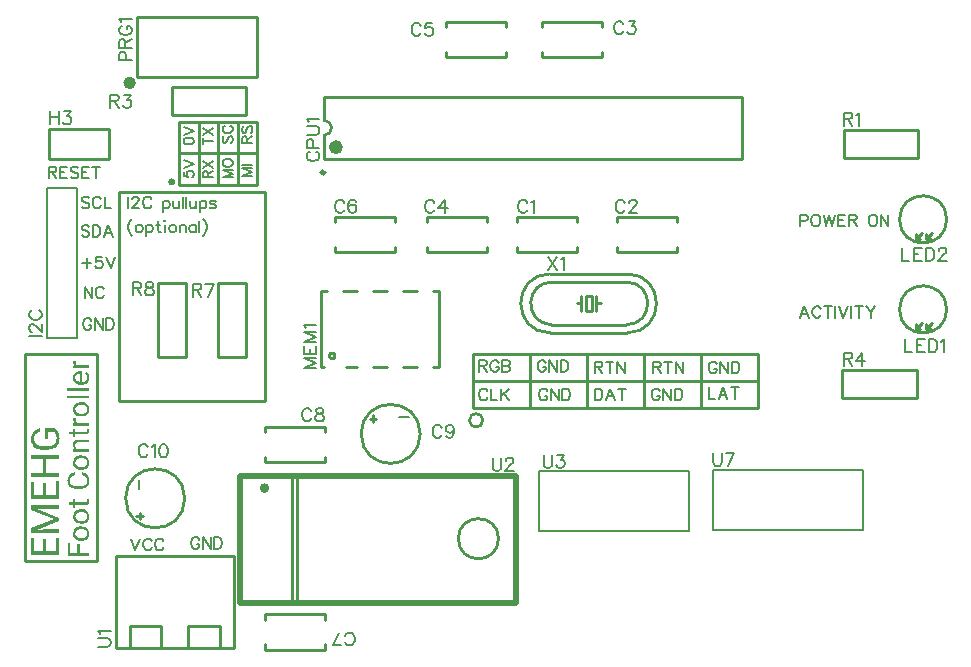
<source format=gto>
G04 Layer: TopSilkLayer*
G04 EasyEDA v6.3.53, 2020-06-17T09:28:47+02:00*
G04 2fc62430105348e8968ca0d9d06def79,a119ccecc66d453fa3e160aadb19915c,10*
G04 Gerber Generator version 0.2*
G04 Scale: 100 percent, Rotated: No, Reflected: No *
G04 Dimensions in inches *
G04 leading zeros omitted , absolute positions ,2 integer and 4 decimal *
%FSLAX24Y24*%
%MOIN*%
G90*
G70D02*

%ADD10C,0.010000*%
%ADD13C,0.020000*%
%ADD36C,0.008000*%
%ADD37C,0.019685*%
%ADD38C,0.007992*%
%ADD39C,0.015748*%
%ADD40C,0.011811*%
%ADD41C,0.023622*%
%ADD42C,0.006000*%

%LPD*%
G54D10*
G01X400Y10090D02*
G01X2650Y10090D01*
G01X2650Y3190D01*
G01X250Y3190D01*
G01X250Y8440D01*
G01X250Y10090D01*
G01X450Y10090D01*
G01X15200Y10090D02*
G01X17100Y10090D01*
G01X17100Y9190D01*
G01X15200Y9190D01*
G01X15200Y10090D01*
G01X15200Y9190D02*
G01X17100Y9190D01*
G01X17100Y8290D01*
G01X15200Y8290D01*
G01X15200Y9190D01*
G01X17100Y9190D02*
G01X19000Y9190D01*
G01X19000Y8290D01*
G01X17100Y8290D01*
G01X17100Y9190D01*
G01X5400Y16790D02*
G01X5400Y15740D01*
G01X6050Y15740D01*
G01X6050Y16790D01*
G01X5400Y16790D01*
G01X6700Y17840D02*
G01X6700Y16790D01*
G01X7350Y16790D01*
G01X7350Y17840D01*
G01X6700Y17840D01*
G01X7350Y17840D02*
G01X7350Y16790D01*
G01X8000Y16790D01*
G01X8000Y17840D01*
G01X7350Y17840D01*
G01X7350Y16790D02*
G01X7350Y15740D01*
G01X8000Y15740D01*
G01X8000Y16790D01*
G01X7350Y16790D01*
G01X6700Y16790D02*
G01X6700Y15740D01*
G01X7350Y15740D01*
G01X7350Y16790D01*
G01X6700Y16790D01*
G01X6050Y16790D02*
G01X6050Y15740D01*
G01X6700Y15740D01*
G01X6700Y16790D01*
G01X6050Y16790D01*
G01X6050Y17840D02*
G01X6050Y16790D01*
G01X6700Y16790D01*
G01X6700Y17840D01*
G01X6050Y17840D01*
G01X5400Y17840D02*
G01X5400Y16790D01*
G01X6050Y16790D01*
G01X6050Y17840D01*
G01X5400Y17840D01*
G01X19000Y10090D02*
G01X20900Y10090D01*
G01X20900Y9190D01*
G01X19000Y9190D01*
G01X19000Y10090D01*
G01X20900Y10090D02*
G01X22800Y10090D01*
G01X22800Y9190D01*
G01X20900Y9190D01*
G01X20900Y10090D01*
G01X22800Y9190D02*
G01X24700Y9190D01*
G01X24700Y8290D01*
G01X22800Y8290D01*
G01X22800Y9190D01*
G01X22800Y10090D02*
G01X24700Y10090D01*
G01X24700Y9190D01*
G01X22800Y9190D01*
G01X22800Y10090D01*
G01X20900Y9190D02*
G01X22800Y9190D01*
G01X22800Y8290D01*
G01X20900Y8290D01*
G01X20900Y9190D01*
G01X17100Y10090D02*
G01X19000Y10090D01*
G01X19000Y9190D01*
G01X17100Y9190D01*
G01X17100Y10090D01*
G01X19000Y9190D02*
G01X20900Y9190D01*
G01X20900Y8290D01*
G01X19000Y8290D01*
G01X19000Y9190D01*
G01X3400Y13790D02*
G01X3400Y13890D01*
G01X3400Y15490D01*
G01X8250Y15490D01*
G01X8250Y8540D01*
G01X3400Y8540D01*
G01X3400Y13890D01*
G54D36*
G01X23200Y6240D02*
G01X28200Y6240D01*
G01X28200Y4240D01*
G01X23200Y4240D01*
G01X23200Y6240D01*
G01X17400Y6190D02*
G01X22400Y6190D01*
G01X22400Y4190D01*
G01X17400Y4190D01*
G01X17400Y6190D01*
G54D10*
G01X3050Y16590D02*
G01X1050Y16590D01*
G01X1050Y17590D01*
G01X3050Y17590D01*
G01X3050Y16590D01*
G01X11750Y7940D02*
G01X11950Y7940D01*
G01X11850Y8063D02*
G01X11850Y7840D01*
G01X4100Y4590D02*
G01X4100Y4790D01*
G01X3976Y4690D02*
G01X4200Y4690D01*
G01X8250Y7680D02*
G01X10250Y7680D01*
G01X8250Y6499D02*
G01X10250Y6499D01*
G01X10250Y7680D02*
G01X10250Y7495D01*
G01X10250Y6684D02*
G01X10250Y6499D01*
G01X8250Y7680D02*
G01X8250Y7495D01*
G01X8250Y6684D02*
G01X8250Y6499D01*
G01X9155Y1853D02*
G01X9155Y6026D01*
G54D37*
G01X7459Y1809D02*
G01X16630Y1809D01*
G01X16580Y1809D01*
G01X7440Y1809D02*
G01X7440Y6040D01*
G01X7450Y6040D02*
G01X16535Y6040D01*
G01X16630Y6040D01*
G01X16630Y1830D02*
G01X16630Y6003D01*
G54D10*
G01X9339Y1880D02*
G01X9339Y6053D01*
G01X8250Y1430D02*
G01X10250Y1430D01*
G01X8250Y249D02*
G01X10250Y249D01*
G01X10250Y1430D02*
G01X10250Y1245D01*
G01X10250Y434D02*
G01X10250Y249D01*
G01X8250Y1430D02*
G01X8250Y1245D01*
G01X8250Y434D02*
G01X8250Y249D01*
G01X30500Y11140D02*
G01X30300Y10940D01*
G01X30400Y10940D01*
G01X30450Y10940D01*
G01X30300Y10940D02*
G01X30300Y11090D01*
G01X30150Y11140D02*
G01X29950Y10940D01*
G01X30050Y10940D01*
G01X30100Y10940D01*
G01X29950Y10940D02*
G01X29950Y11090D01*
G01X30500Y14140D02*
G01X30300Y13940D01*
G01X30400Y13940D01*
G01X30450Y13940D01*
G01X30300Y13940D02*
G01X30300Y14090D01*
G01X30150Y14140D02*
G01X29950Y13940D01*
G01X30050Y13940D01*
G01X30100Y13940D01*
G01X29950Y13940D02*
G01X29950Y14090D01*
G01X27560Y16620D02*
G01X27560Y17559D01*
G01X27560Y17559D02*
G01X30039Y17559D01*
G01X30039Y17559D02*
G01X30039Y16620D01*
G01X30039Y16620D02*
G01X27560Y16620D01*
G01X22000Y13499D02*
G01X20000Y13499D01*
G01X22000Y14680D02*
G01X20000Y14680D01*
G01X20000Y13499D02*
G01X20000Y13684D01*
G01X20000Y14495D02*
G01X20000Y14680D01*
G01X22000Y13499D02*
G01X22000Y13684D01*
G01X22000Y14495D02*
G01X22000Y14680D01*
G01X16650Y14680D02*
G01X18650Y14680D01*
G01X16650Y13499D02*
G01X18650Y13499D01*
G01X18650Y14680D02*
G01X18650Y14495D01*
G01X18650Y13684D02*
G01X18650Y13499D01*
G01X16650Y14680D02*
G01X16650Y14495D01*
G01X16650Y13684D02*
G01X16650Y13499D01*
G01X17868Y12498D02*
G01X20309Y12498D01*
G01X17770Y12774D02*
G01X20329Y12774D01*
G01X20309Y11081D02*
G01X17790Y11081D01*
G01X20329Y10805D02*
G01X17770Y10805D01*
G01X19150Y11540D02*
G01X19150Y12040D01*
G01X19150Y12040D02*
G01X18950Y12040D01*
G01X18950Y12040D02*
G01X18950Y11540D01*
G01X18950Y11540D02*
G01X19150Y11540D01*
G01X19300Y11540D02*
G01X19300Y11790D01*
G01X19300Y11790D02*
G01X19300Y12040D01*
G01X19300Y11790D02*
G01X19450Y11790D01*
G01X18800Y11540D02*
G01X18800Y11790D01*
G01X18800Y11790D02*
G01X18800Y12040D01*
G01X18800Y11790D02*
G01X18650Y11790D01*
G01X10131Y12199D02*
G01X10131Y9680D01*
G01X14068Y12199D02*
G01X14068Y9680D01*
G01X10131Y12199D02*
G01X10324Y12199D01*
G01X10875Y12199D02*
G01X11324Y12199D01*
G01X11875Y12199D02*
G01X12324Y12199D01*
G01X12875Y12199D02*
G01X13324Y12199D01*
G01X13875Y12199D02*
G01X14068Y12199D01*
G01X10131Y9680D02*
G01X10234Y9680D01*
G01X10965Y9680D02*
G01X11324Y9680D01*
G01X11875Y9680D02*
G01X12324Y9680D01*
G01X12875Y9680D02*
G01X13324Y9680D01*
G01X13875Y9680D02*
G01X14068Y9680D01*
G54D36*
G01X2000Y14890D02*
G01X2000Y15640D01*
G01X1000Y15640D01*
G01X1000Y10640D01*
G01X2000Y10640D01*
G54D38*
G01X2000Y10640D02*
G01X2000Y14890D01*
G54D10*
G01X4000Y21340D02*
G01X8000Y21340D01*
G01X8000Y19340D01*
G01X4000Y19340D01*
G01X4000Y21340D01*
G01X10231Y17890D02*
G01X10231Y18683D01*
G01X24168Y18683D01*
G01X24168Y16596D01*
G01X10231Y16596D01*
G01X10231Y17390D01*
G01X27510Y8620D02*
G01X27510Y9559D01*
G01X27510Y9559D02*
G01X29989Y9559D01*
G01X29989Y9559D02*
G01X29989Y8620D01*
G01X29989Y8620D02*
G01X27510Y8620D01*
G01X3749Y340D02*
G01X3749Y1040D01*
G01X4799Y1040D01*
G01X4799Y340D01*
G01X5699Y340D02*
G01X5699Y1040D01*
G01X6749Y1040D01*
G01X6749Y340D01*
G01X3281Y3364D02*
G01X7218Y3364D01*
G01X7218Y293D01*
G01X3281Y293D01*
G01X3281Y3364D01*
G01X5159Y18070D02*
G01X5159Y19009D01*
G01X5159Y19009D02*
G01X7639Y19009D01*
G01X7639Y19009D02*
G01X7639Y18070D01*
G01X7639Y18070D02*
G01X5159Y18070D01*
G01X16300Y19999D02*
G01X14300Y19999D01*
G01X16300Y21180D02*
G01X14300Y21180D01*
G01X14300Y19999D02*
G01X14300Y20184D01*
G01X14300Y20995D02*
G01X14300Y21180D01*
G01X16300Y19999D02*
G01X16300Y20184D01*
G01X16300Y20995D02*
G01X16300Y21180D01*
G01X15650Y13499D02*
G01X13650Y13499D01*
G01X15650Y14680D02*
G01X13650Y14680D01*
G01X13650Y13499D02*
G01X13650Y13684D01*
G01X13650Y14495D02*
G01X13650Y14680D01*
G01X15650Y13499D02*
G01X15650Y13684D01*
G01X15650Y14495D02*
G01X15650Y14680D01*
G01X19500Y19999D02*
G01X17500Y19999D01*
G01X19500Y21180D02*
G01X17500Y21180D01*
G01X17500Y19999D02*
G01X17500Y20184D01*
G01X17500Y20995D02*
G01X17500Y21180D01*
G01X19500Y19999D02*
G01X19500Y20184D01*
G01X19500Y20995D02*
G01X19500Y21180D01*
G01X10600Y14680D02*
G01X12600Y14680D01*
G01X10600Y13499D02*
G01X12600Y13499D01*
G01X12600Y14680D02*
G01X12600Y14495D01*
G01X12600Y13684D02*
G01X12600Y13499D01*
G01X10600Y14680D02*
G01X10600Y14495D01*
G01X10600Y13684D02*
G01X10600Y13499D01*
G01X4680Y12480D02*
G01X5619Y12480D01*
G01X5619Y12480D02*
G01X5619Y10000D01*
G01X5619Y10000D02*
G01X4680Y10000D01*
G01X4680Y10000D02*
G01X4680Y12480D01*
G01X6680Y12480D02*
G01X7619Y12480D01*
G01X7619Y12480D02*
G01X7619Y10000D01*
G01X7619Y10000D02*
G01X6680Y10000D01*
G01X6680Y10000D02*
G01X6680Y12480D01*
G54D36*
G01X1050Y16344D02*
G01X1050Y15961D01*
G01X1050Y16344D02*
G01X1213Y16344D01*
G01X1267Y16325D01*
G01X1286Y16307D01*
G01X1305Y16271D01*
G01X1305Y16234D01*
G01X1286Y16198D01*
G01X1267Y16180D01*
G01X1213Y16161D01*
G01X1050Y16161D01*
G01X1176Y16161D02*
G01X1305Y15961D01*
G01X1425Y16344D02*
G01X1425Y15961D01*
G01X1425Y16344D02*
G01X1661Y16344D01*
G01X1425Y16161D02*
G01X1569Y16161D01*
G01X1425Y15961D02*
G01X1661Y15961D01*
G01X2034Y16288D02*
G01X1998Y16325D01*
G01X1944Y16344D01*
G01X1871Y16344D01*
G01X1817Y16325D01*
G01X1780Y16288D01*
G01X1780Y16253D01*
G01X1798Y16216D01*
G01X1817Y16198D01*
G01X1853Y16180D01*
G01X1963Y16144D01*
G01X1998Y16125D01*
G01X2017Y16107D01*
G01X2034Y16071D01*
G01X2034Y16016D01*
G01X1998Y15980D01*
G01X1944Y15961D01*
G01X1871Y15961D01*
G01X1817Y15980D01*
G01X1780Y16016D01*
G01X2155Y16344D02*
G01X2155Y15961D01*
G01X2155Y16344D02*
G01X2392Y16344D01*
G01X2155Y16161D02*
G01X2301Y16161D01*
G01X2155Y15961D02*
G01X2392Y15961D01*
G01X2638Y16344D02*
G01X2638Y15961D01*
G01X2511Y16344D02*
G01X2765Y16344D01*
G01X6073Y3903D02*
G01X6055Y3938D01*
G01X6017Y3975D01*
G01X5982Y3994D01*
G01X5909Y3994D01*
G01X5873Y3975D01*
G01X5836Y3938D01*
G01X5817Y3903D01*
G01X5800Y3848D01*
G01X5800Y3757D01*
G01X5817Y3703D01*
G01X5836Y3666D01*
G01X5873Y3630D01*
G01X5909Y3611D01*
G01X5982Y3611D01*
G01X6017Y3630D01*
G01X6055Y3666D01*
G01X6073Y3703D01*
G01X6073Y3757D01*
G01X5982Y3757D02*
G01X6073Y3757D01*
G01X6192Y3994D02*
G01X6192Y3611D01*
G01X6192Y3994D02*
G01X6446Y3611D01*
G01X6446Y3994D02*
G01X6446Y3611D01*
G01X6567Y3994D02*
G01X6567Y3611D01*
G01X6567Y3994D02*
G01X6694Y3994D01*
G01X6748Y3975D01*
G01X6784Y3938D01*
G01X6803Y3903D01*
G01X6821Y3848D01*
G01X6821Y3757D01*
G01X6803Y3703D01*
G01X6784Y3666D01*
G01X6748Y3630D01*
G01X6694Y3611D01*
G01X6567Y3611D01*
G01X3700Y15344D02*
G01X3700Y14961D01*
G01X3838Y15253D02*
G01X3838Y15271D01*
G01X3855Y15307D01*
G01X3875Y15325D01*
G01X3911Y15344D01*
G01X3984Y15344D01*
G01X4019Y15325D01*
G01X4038Y15307D01*
G01X4055Y15271D01*
G01X4055Y15234D01*
G01X4038Y15198D01*
G01X4001Y15144D01*
G01X3819Y14961D01*
G01X4075Y14961D01*
G01X4467Y15253D02*
G01X4448Y15288D01*
G01X4413Y15325D01*
G01X4376Y15344D01*
G01X4303Y15344D01*
G01X4267Y15325D01*
G01X4230Y15288D01*
G01X4213Y15253D01*
G01X4194Y15198D01*
G01X4194Y15107D01*
G01X4213Y15053D01*
G01X4230Y15016D01*
G01X4267Y14980D01*
G01X4303Y14961D01*
G01X4376Y14961D01*
G01X4413Y14980D01*
G01X4448Y15016D01*
G01X4467Y15053D01*
G01X4867Y15216D02*
G01X4867Y14834D01*
G01X4867Y15161D02*
G01X4903Y15198D01*
G01X4940Y15216D01*
G01X4994Y15216D01*
G01X5030Y15198D01*
G01X5067Y15161D01*
G01X5084Y15107D01*
G01X5084Y15071D01*
G01X5067Y15016D01*
G01X5030Y14980D01*
G01X4994Y14961D01*
G01X4940Y14961D01*
G01X4903Y14980D01*
G01X4867Y15016D01*
G01X5205Y15216D02*
G01X5205Y15034D01*
G01X5223Y14980D01*
G01X5259Y14961D01*
G01X5315Y14961D01*
G01X5351Y14980D01*
G01X5405Y15034D01*
G01X5405Y15216D02*
G01X5405Y14961D01*
G01X5525Y15344D02*
G01X5525Y14961D01*
G01X5644Y15344D02*
G01X5644Y14961D01*
G01X5765Y15216D02*
G01X5765Y15034D01*
G01X5784Y14980D01*
G01X5819Y14961D01*
G01X5875Y14961D01*
G01X5911Y14980D01*
G01X5965Y15034D01*
G01X5965Y15216D02*
G01X5965Y14961D01*
G01X6084Y15216D02*
G01X6084Y14834D01*
G01X6084Y15161D02*
G01X6121Y15198D01*
G01X6157Y15216D01*
G01X6213Y15216D01*
G01X6248Y15198D01*
G01X6284Y15161D01*
G01X6303Y15107D01*
G01X6303Y15071D01*
G01X6284Y15016D01*
G01X6248Y14980D01*
G01X6213Y14961D01*
G01X6157Y14961D01*
G01X6121Y14980D01*
G01X6084Y15016D01*
G01X6623Y15161D02*
G01X6605Y15198D01*
G01X6551Y15216D01*
G01X6496Y15216D01*
G01X6442Y15198D01*
G01X6423Y15161D01*
G01X6442Y15125D01*
G01X6478Y15107D01*
G01X6569Y15088D01*
G01X6605Y15071D01*
G01X6623Y15034D01*
G01X6623Y15016D01*
G01X6605Y14980D01*
G01X6551Y14961D01*
G01X6496Y14961D01*
G01X6442Y14980D01*
G01X6423Y15016D01*
G01X3826Y14616D02*
G01X3790Y14580D01*
G01X3755Y14525D01*
G01X3717Y14453D01*
G01X3700Y14361D01*
G01X3700Y14288D01*
G01X3717Y14198D01*
G01X3755Y14125D01*
G01X3790Y14071D01*
G01X3826Y14034D01*
G01X4038Y14416D02*
G01X4001Y14398D01*
G01X3965Y14361D01*
G01X3946Y14307D01*
G01X3946Y14271D01*
G01X3965Y14216D01*
G01X4001Y14180D01*
G01X4038Y14161D01*
G01X4092Y14161D01*
G01X4128Y14180D01*
G01X4165Y14216D01*
G01X4184Y14271D01*
G01X4184Y14307D01*
G01X4165Y14361D01*
G01X4128Y14398D01*
G01X4092Y14416D01*
G01X4038Y14416D01*
G01X4303Y14416D02*
G01X4303Y14034D01*
G01X4303Y14361D02*
G01X4340Y14398D01*
G01X4376Y14416D01*
G01X4430Y14416D01*
G01X4467Y14398D01*
G01X4503Y14361D01*
G01X4521Y14307D01*
G01X4521Y14271D01*
G01X4503Y14216D01*
G01X4467Y14180D01*
G01X4430Y14161D01*
G01X4376Y14161D01*
G01X4340Y14180D01*
G01X4303Y14216D01*
G01X4696Y14544D02*
G01X4696Y14234D01*
G01X4715Y14180D01*
G01X4751Y14161D01*
G01X4786Y14161D01*
G01X4642Y14416D02*
G01X4769Y14416D01*
G01X4907Y14544D02*
G01X4925Y14525D01*
G01X4944Y14544D01*
G01X4925Y14561D01*
G01X4907Y14544D01*
G01X4925Y14416D02*
G01X4925Y14161D01*
G01X5155Y14416D02*
G01X5117Y14398D01*
G01X5082Y14361D01*
G01X5063Y14307D01*
G01X5063Y14271D01*
G01X5082Y14216D01*
G01X5117Y14180D01*
G01X5155Y14161D01*
G01X5209Y14161D01*
G01X5244Y14180D01*
G01X5282Y14216D01*
G01X5300Y14271D01*
G01X5300Y14307D01*
G01X5282Y14361D01*
G01X5244Y14398D01*
G01X5209Y14416D01*
G01X5155Y14416D01*
G01X5419Y14416D02*
G01X5419Y14161D01*
G01X5419Y14344D02*
G01X5475Y14398D01*
G01X5511Y14416D01*
G01X5565Y14416D01*
G01X5601Y14398D01*
G01X5619Y14344D01*
G01X5619Y14161D01*
G01X5957Y14416D02*
G01X5957Y14161D01*
G01X5957Y14361D02*
G01X5921Y14398D01*
G01X5884Y14416D01*
G01X5830Y14416D01*
G01X5794Y14398D01*
G01X5757Y14361D01*
G01X5740Y14307D01*
G01X5740Y14271D01*
G01X5757Y14216D01*
G01X5794Y14180D01*
G01X5830Y14161D01*
G01X5884Y14161D01*
G01X5921Y14180D01*
G01X5957Y14216D01*
G01X6078Y14544D02*
G01X6078Y14161D01*
G01X6198Y14616D02*
G01X6234Y14580D01*
G01X6271Y14525D01*
G01X6307Y14453D01*
G01X6325Y14361D01*
G01X6325Y14288D01*
G01X6307Y14198D01*
G01X6271Y14125D01*
G01X6234Y14071D01*
G01X6198Y14034D01*
G01X26100Y14744D02*
G01X26100Y14361D01*
G01X26100Y14744D02*
G01X26264Y14744D01*
G01X26318Y14725D01*
G01X26335Y14707D01*
G01X26355Y14671D01*
G01X26355Y14616D01*
G01X26335Y14580D01*
G01X26318Y14561D01*
G01X26264Y14544D01*
G01X26100Y14544D01*
G01X26584Y14744D02*
G01X26547Y14725D01*
G01X26510Y14688D01*
G01X26493Y14653D01*
G01X26475Y14598D01*
G01X26475Y14507D01*
G01X26493Y14453D01*
G01X26510Y14416D01*
G01X26547Y14380D01*
G01X26584Y14361D01*
G01X26656Y14361D01*
G01X26693Y14380D01*
G01X26728Y14416D01*
G01X26747Y14453D01*
G01X26764Y14507D01*
G01X26764Y14598D01*
G01X26747Y14653D01*
G01X26728Y14688D01*
G01X26693Y14725D01*
G01X26656Y14744D01*
G01X26584Y14744D01*
G01X26885Y14744D02*
G01X26976Y14361D01*
G01X27067Y14744D02*
G01X26976Y14361D01*
G01X27067Y14744D02*
G01X27157Y14361D01*
G01X27248Y14744D02*
G01X27157Y14361D01*
G01X27368Y14744D02*
G01X27368Y14361D01*
G01X27368Y14744D02*
G01X27605Y14744D01*
G01X27368Y14561D02*
G01X27514Y14561D01*
G01X27368Y14361D02*
G01X27605Y14361D01*
G01X27725Y14744D02*
G01X27725Y14361D01*
G01X27725Y14744D02*
G01X27889Y14744D01*
G01X27943Y14725D01*
G01X27961Y14707D01*
G01X27980Y14671D01*
G01X27980Y14634D01*
G01X27961Y14598D01*
G01X27943Y14580D01*
G01X27889Y14561D01*
G01X27725Y14561D01*
G01X27852Y14561D02*
G01X27980Y14361D01*
G01X28489Y14744D02*
G01X28452Y14725D01*
G01X28415Y14688D01*
G01X28397Y14653D01*
G01X28380Y14598D01*
G01X28380Y14507D01*
G01X28397Y14453D01*
G01X28415Y14416D01*
G01X28452Y14380D01*
G01X28489Y14361D01*
G01X28561Y14361D01*
G01X28597Y14380D01*
G01X28635Y14416D01*
G01X28652Y14453D01*
G01X28671Y14507D01*
G01X28671Y14598D01*
G01X28652Y14653D01*
G01X28635Y14688D01*
G01X28597Y14725D01*
G01X28561Y14744D01*
G01X28489Y14744D01*
G01X28790Y14744D02*
G01X28790Y14361D01*
G01X28790Y14744D02*
G01X29044Y14361D01*
G01X29044Y14744D02*
G01X29044Y14361D01*
G01X26244Y11694D02*
G01X26100Y11311D01*
G01X26244Y11694D02*
G01X26390Y11311D01*
G01X26155Y11438D02*
G01X26335Y11438D01*
G01X26784Y11603D02*
G01X26764Y11638D01*
G01X26728Y11675D01*
G01X26693Y11694D01*
G01X26619Y11694D01*
G01X26584Y11675D01*
G01X26547Y11638D01*
G01X26528Y11603D01*
G01X26510Y11548D01*
G01X26510Y11457D01*
G01X26528Y11403D01*
G01X26547Y11366D01*
G01X26584Y11330D01*
G01X26619Y11311D01*
G01X26693Y11311D01*
G01X26728Y11330D01*
G01X26764Y11366D01*
G01X26784Y11403D01*
G01X27031Y11694D02*
G01X27031Y11311D01*
G01X26903Y11694D02*
G01X27157Y11694D01*
G01X27277Y11694D02*
G01X27277Y11311D01*
G01X27397Y11694D02*
G01X27543Y11311D01*
G01X27689Y11694D02*
G01X27543Y11311D01*
G01X27809Y11694D02*
G01X27809Y11311D01*
G01X28056Y11694D02*
G01X28056Y11311D01*
G01X27928Y11694D02*
G01X28184Y11694D01*
G01X28303Y11694D02*
G01X28448Y11511D01*
G01X28448Y11311D01*
G01X28594Y11694D02*
G01X28448Y11511D01*
G01X15672Y8853D02*
G01X15655Y8888D01*
G01X15618Y8925D01*
G01X15581Y8944D01*
G01X15509Y8944D01*
G01X15472Y8925D01*
G01X15435Y8888D01*
G01X15418Y8853D01*
G01X15400Y8798D01*
G01X15400Y8707D01*
G01X15418Y8653D01*
G01X15435Y8616D01*
G01X15472Y8580D01*
G01X15509Y8561D01*
G01X15581Y8561D01*
G01X15618Y8580D01*
G01X15655Y8616D01*
G01X15672Y8653D01*
G01X15793Y8944D02*
G01X15793Y8561D01*
G01X15793Y8561D02*
G01X16010Y8561D01*
G01X16131Y8944D02*
G01X16131Y8561D01*
G01X16385Y8944D02*
G01X16131Y8688D01*
G01X16222Y8780D02*
G01X16385Y8561D01*
G01X19250Y8944D02*
G01X19250Y8561D01*
G01X19250Y8944D02*
G01X19377Y8944D01*
G01X19431Y8925D01*
G01X19468Y8888D01*
G01X19485Y8853D01*
G01X19505Y8798D01*
G01X19505Y8707D01*
G01X19485Y8653D01*
G01X19468Y8616D01*
G01X19431Y8580D01*
G01X19377Y8561D01*
G01X19250Y8561D01*
G01X19769Y8944D02*
G01X19625Y8561D01*
G01X19769Y8944D02*
G01X19914Y8561D01*
G01X19678Y8688D02*
G01X19860Y8688D01*
G01X20163Y8944D02*
G01X20163Y8561D01*
G01X20035Y8944D02*
G01X20289Y8944D01*
G01X23050Y8994D02*
G01X23050Y8611D01*
G01X23050Y8611D02*
G01X23268Y8611D01*
G01X23534Y8994D02*
G01X23388Y8611D01*
G01X23534Y8994D02*
G01X23678Y8611D01*
G01X23443Y8738D02*
G01X23625Y8738D01*
G01X23926Y8994D02*
G01X23926Y8611D01*
G01X23798Y8994D02*
G01X24053Y8994D01*
G01X15400Y9894D02*
G01X15400Y9511D01*
G01X15400Y9894D02*
G01X15564Y9894D01*
G01X15618Y9875D01*
G01X15635Y9857D01*
G01X15655Y9821D01*
G01X15655Y9784D01*
G01X15635Y9748D01*
G01X15618Y9730D01*
G01X15564Y9711D01*
G01X15400Y9711D01*
G01X15527Y9711D02*
G01X15655Y9511D01*
G01X16047Y9803D02*
G01X16028Y9838D01*
G01X15993Y9875D01*
G01X15956Y9894D01*
G01X15884Y9894D01*
G01X15847Y9875D01*
G01X15810Y9838D01*
G01X15793Y9803D01*
G01X15775Y9748D01*
G01X15775Y9657D01*
G01X15793Y9603D01*
G01X15810Y9566D01*
G01X15847Y9530D01*
G01X15884Y9511D01*
G01X15956Y9511D01*
G01X15993Y9530D01*
G01X16028Y9566D01*
G01X16047Y9603D01*
G01X16047Y9657D01*
G01X15956Y9657D02*
G01X16047Y9657D01*
G01X16167Y9894D02*
G01X16167Y9511D01*
G01X16167Y9894D02*
G01X16331Y9894D01*
G01X16385Y9875D01*
G01X16403Y9857D01*
G01X16422Y9821D01*
G01X16422Y9784D01*
G01X16403Y9748D01*
G01X16385Y9730D01*
G01X16331Y9711D01*
G01X16167Y9711D02*
G01X16331Y9711D01*
G01X16385Y9694D01*
G01X16403Y9675D01*
G01X16422Y9638D01*
G01X16422Y9584D01*
G01X16403Y9548D01*
G01X16385Y9530D01*
G01X16331Y9511D01*
G01X16167Y9511D01*
G01X19250Y9844D02*
G01X19250Y9461D01*
G01X19250Y9844D02*
G01X19414Y9844D01*
G01X19468Y9825D01*
G01X19485Y9807D01*
G01X19505Y9771D01*
G01X19505Y9734D01*
G01X19485Y9698D01*
G01X19468Y9680D01*
G01X19414Y9661D01*
G01X19250Y9661D01*
G01X19377Y9661D02*
G01X19505Y9461D01*
G01X19752Y9844D02*
G01X19752Y9461D01*
G01X19625Y9844D02*
G01X19878Y9844D01*
G01X19998Y9844D02*
G01X19998Y9461D01*
G01X19998Y9844D02*
G01X20253Y9461D01*
G01X20253Y9844D02*
G01X20253Y9461D01*
G01X21200Y9844D02*
G01X21200Y9461D01*
G01X21200Y9844D02*
G01X21364Y9844D01*
G01X21418Y9825D01*
G01X21435Y9807D01*
G01X21455Y9771D01*
G01X21455Y9734D01*
G01X21435Y9698D01*
G01X21418Y9680D01*
G01X21364Y9661D01*
G01X21200Y9661D01*
G01X21327Y9661D02*
G01X21455Y9461D01*
G01X21702Y9844D02*
G01X21702Y9461D01*
G01X21575Y9844D02*
G01X21828Y9844D01*
G01X21948Y9844D02*
G01X21948Y9461D01*
G01X21948Y9844D02*
G01X22203Y9461D01*
G01X22203Y9844D02*
G01X22203Y9461D01*
G01X23322Y9753D02*
G01X23305Y9788D01*
G01X23268Y9825D01*
G01X23231Y9844D01*
G01X23159Y9844D01*
G01X23122Y9825D01*
G01X23085Y9788D01*
G01X23068Y9753D01*
G01X23050Y9698D01*
G01X23050Y9607D01*
G01X23068Y9553D01*
G01X23085Y9516D01*
G01X23122Y9480D01*
G01X23159Y9461D01*
G01X23231Y9461D01*
G01X23268Y9480D01*
G01X23305Y9516D01*
G01X23322Y9553D01*
G01X23322Y9607D01*
G01X23231Y9607D02*
G01X23322Y9607D01*
G01X23443Y9844D02*
G01X23443Y9461D01*
G01X23443Y9844D02*
G01X23697Y9461D01*
G01X23697Y9844D02*
G01X23697Y9461D01*
G01X23817Y9844D02*
G01X23817Y9461D01*
G01X23817Y9844D02*
G01X23944Y9844D01*
G01X23998Y9825D01*
G01X24035Y9788D01*
G01X24053Y9753D01*
G01X24072Y9698D01*
G01X24072Y9607D01*
G01X24053Y9553D01*
G01X24035Y9516D01*
G01X23998Y9480D01*
G01X23944Y9461D01*
G01X23817Y9461D01*
G01X21422Y8853D02*
G01X21405Y8888D01*
G01X21368Y8925D01*
G01X21331Y8944D01*
G01X21259Y8944D01*
G01X21222Y8925D01*
G01X21185Y8888D01*
G01X21168Y8853D01*
G01X21150Y8798D01*
G01X21150Y8707D01*
G01X21168Y8653D01*
G01X21185Y8616D01*
G01X21222Y8580D01*
G01X21259Y8561D01*
G01X21331Y8561D01*
G01X21368Y8580D01*
G01X21405Y8616D01*
G01X21422Y8653D01*
G01X21422Y8707D01*
G01X21331Y8707D02*
G01X21422Y8707D01*
G01X21543Y8944D02*
G01X21543Y8561D01*
G01X21543Y8944D02*
G01X21797Y8561D01*
G01X21797Y8944D02*
G01X21797Y8561D01*
G01X21917Y8944D02*
G01X21917Y8561D01*
G01X21917Y8944D02*
G01X22044Y8944D01*
G01X22098Y8925D01*
G01X22135Y8888D01*
G01X22153Y8853D01*
G01X22172Y8798D01*
G01X22172Y8707D01*
G01X22153Y8653D01*
G01X22135Y8616D01*
G01X22098Y8580D01*
G01X22044Y8561D01*
G01X21917Y8561D01*
G01X3800Y3944D02*
G01X3944Y3561D01*
G01X4090Y3944D02*
G01X3944Y3561D01*
G01X4484Y3853D02*
G01X4465Y3888D01*
G01X4428Y3925D01*
G01X4392Y3944D01*
G01X4319Y3944D01*
G01X4284Y3925D01*
G01X4246Y3888D01*
G01X4228Y3853D01*
G01X4211Y3798D01*
G01X4211Y3707D01*
G01X4228Y3653D01*
G01X4246Y3616D01*
G01X4284Y3580D01*
G01X4319Y3561D01*
G01X4392Y3561D01*
G01X4428Y3580D01*
G01X4465Y3616D01*
G01X4484Y3653D01*
G01X4876Y3853D02*
G01X4857Y3888D01*
G01X4821Y3925D01*
G01X4784Y3944D01*
G01X4713Y3944D01*
G01X4676Y3925D01*
G01X4640Y3888D01*
G01X4621Y3853D01*
G01X4603Y3798D01*
G01X4603Y3707D01*
G01X4621Y3653D01*
G01X4640Y3616D01*
G01X4676Y3580D01*
G01X4713Y3561D01*
G01X4784Y3561D01*
G01X4821Y3580D01*
G01X4857Y3616D01*
G01X4876Y3653D01*
G01X2405Y15288D02*
G01X2367Y15325D01*
G01X2313Y15344D01*
G01X2240Y15344D01*
G01X2186Y15325D01*
G01X2150Y15288D01*
G01X2150Y15253D01*
G01X2167Y15216D01*
G01X2186Y15198D01*
G01X2223Y15180D01*
G01X2332Y15144D01*
G01X2367Y15125D01*
G01X2386Y15107D01*
G01X2405Y15071D01*
G01X2405Y15016D01*
G01X2367Y14980D01*
G01X2313Y14961D01*
G01X2240Y14961D01*
G01X2186Y14980D01*
G01X2150Y15016D01*
G01X2796Y15253D02*
G01X2778Y15288D01*
G01X2742Y15325D01*
G01X2705Y15344D01*
G01X2634Y15344D01*
G01X2596Y15325D01*
G01X2561Y15288D01*
G01X2542Y15253D01*
G01X2525Y15198D01*
G01X2525Y15107D01*
G01X2542Y15053D01*
G01X2561Y15016D01*
G01X2596Y14980D01*
G01X2634Y14961D01*
G01X2705Y14961D01*
G01X2742Y14980D01*
G01X2778Y15016D01*
G01X2796Y15053D01*
G01X2917Y15344D02*
G01X2917Y14961D01*
G01X2917Y14961D02*
G01X3134Y14961D01*
G01X2405Y14338D02*
G01X2367Y14375D01*
G01X2313Y14394D01*
G01X2240Y14394D01*
G01X2186Y14375D01*
G01X2150Y14338D01*
G01X2150Y14303D01*
G01X2167Y14266D01*
G01X2186Y14248D01*
G01X2223Y14230D01*
G01X2332Y14194D01*
G01X2367Y14175D01*
G01X2386Y14157D01*
G01X2405Y14121D01*
G01X2405Y14066D01*
G01X2367Y14030D01*
G01X2313Y14011D01*
G01X2240Y14011D01*
G01X2186Y14030D01*
G01X2150Y14066D01*
G01X2525Y14394D02*
G01X2525Y14011D01*
G01X2525Y14394D02*
G01X2651Y14394D01*
G01X2705Y14375D01*
G01X2742Y14338D01*
G01X2761Y14303D01*
G01X2778Y14248D01*
G01X2778Y14157D01*
G01X2761Y14103D01*
G01X2742Y14066D01*
G01X2705Y14030D01*
G01X2651Y14011D01*
G01X2525Y14011D01*
G01X3044Y14394D02*
G01X2898Y14011D01*
G01X3044Y14394D02*
G01X3190Y14011D01*
G01X2953Y14138D02*
G01X3134Y14138D01*
G01X2313Y13288D02*
G01X2313Y12961D01*
G01X2150Y13125D02*
G01X2476Y13125D01*
G01X2815Y13344D02*
G01X2634Y13344D01*
G01X2615Y13180D01*
G01X2634Y13198D01*
G01X2688Y13216D01*
G01X2742Y13216D01*
G01X2796Y13198D01*
G01X2834Y13161D01*
G01X2851Y13107D01*
G01X2851Y13071D01*
G01X2834Y13016D01*
G01X2796Y12980D01*
G01X2742Y12961D01*
G01X2688Y12961D01*
G01X2634Y12980D01*
G01X2615Y12998D01*
G01X2596Y13034D01*
G01X2971Y13344D02*
G01X3117Y12961D01*
G01X3263Y13344D02*
G01X3117Y12961D01*
G01X2250Y12344D02*
G01X2250Y11961D01*
G01X2250Y12344D02*
G01X2505Y11961D01*
G01X2505Y12344D02*
G01X2505Y11961D01*
G01X2896Y12253D02*
G01X2878Y12288D01*
G01X2842Y12325D01*
G01X2805Y12344D01*
G01X2734Y12344D01*
G01X2696Y12325D01*
G01X2661Y12288D01*
G01X2642Y12253D01*
G01X2625Y12198D01*
G01X2625Y12107D01*
G01X2642Y12053D01*
G01X2661Y12016D01*
G01X2696Y11980D01*
G01X2734Y11961D01*
G01X2805Y11961D01*
G01X2842Y11980D01*
G01X2878Y12016D01*
G01X2896Y12053D01*
G01X2473Y11203D02*
G01X2455Y11238D01*
G01X2417Y11275D01*
G01X2382Y11294D01*
G01X2309Y11294D01*
G01X2273Y11275D01*
G01X2236Y11238D01*
G01X2217Y11203D01*
G01X2200Y11148D01*
G01X2200Y11057D01*
G01X2217Y11003D01*
G01X2236Y10966D01*
G01X2273Y10930D01*
G01X2309Y10911D01*
G01X2382Y10911D01*
G01X2417Y10930D01*
G01X2455Y10966D01*
G01X2473Y11003D01*
G01X2473Y11057D01*
G01X2382Y11057D02*
G01X2473Y11057D01*
G01X2592Y11294D02*
G01X2592Y10911D01*
G01X2592Y11294D02*
G01X2846Y10911D01*
G01X2846Y11294D02*
G01X2846Y10911D01*
G01X2967Y11294D02*
G01X2967Y10911D01*
G01X2967Y11294D02*
G01X3094Y11294D01*
G01X3148Y11275D01*
G01X3184Y11238D01*
G01X3203Y11203D01*
G01X3221Y11148D01*
G01X3221Y11057D01*
G01X3203Y11003D01*
G01X3184Y10966D01*
G01X3148Y10930D01*
G01X3094Y10911D01*
G01X2967Y10911D01*
G01X5546Y17184D02*
G01X5563Y17138D01*
G01X5609Y17105D01*
G01X5690Y17090D01*
G01X5738Y17090D01*
G01X5817Y17105D01*
G01X5865Y17138D01*
G01X5880Y17184D01*
G01X5880Y17217D01*
G01X5865Y17265D01*
G01X5817Y17297D01*
G01X5738Y17313D01*
G01X5690Y17313D01*
G01X5609Y17297D01*
G01X5563Y17265D01*
G01X5546Y17217D01*
G01X5546Y17184D01*
G01X5546Y17418D02*
G01X5880Y17545D01*
G01X5546Y17672D02*
G01X5880Y17545D01*
G01X6196Y17201D02*
G01X6530Y17201D01*
G01X6196Y17090D02*
G01X6196Y17313D01*
G01X6196Y17418D02*
G01X6530Y17640D01*
G01X6196Y17640D02*
G01X6530Y17418D01*
G01X6196Y15990D02*
G01X6530Y15990D01*
G01X6196Y15990D02*
G01X6196Y16132D01*
G01X6213Y16180D01*
G01X6228Y16197D01*
G01X6259Y16213D01*
G01X6292Y16213D01*
G01X6323Y16197D01*
G01X6340Y16180D01*
G01X6355Y16132D01*
G01X6355Y15990D01*
G01X6355Y16101D02*
G01X6530Y16213D01*
G01X6196Y16318D02*
G01X6530Y16540D01*
G01X6196Y16540D02*
G01X6530Y16318D01*
G01X5546Y16180D02*
G01X5546Y16022D01*
G01X5690Y16005D01*
G01X5673Y16022D01*
G01X5657Y16070D01*
G01X5657Y16117D01*
G01X5673Y16165D01*
G01X5705Y16197D01*
G01X5753Y16213D01*
G01X5784Y16213D01*
G01X5832Y16197D01*
G01X5865Y16165D01*
G01X5880Y16117D01*
G01X5880Y16070D01*
G01X5865Y16022D01*
G01X5848Y16005D01*
G01X5817Y15990D01*
G01X5546Y16318D02*
G01X5880Y16445D01*
G01X5546Y16572D02*
G01X5880Y16445D01*
G01X6846Y15990D02*
G01X7180Y15990D01*
G01X6846Y15990D02*
G01X7180Y16117D01*
G01X6846Y16245D02*
G01X7180Y16117D01*
G01X6846Y16245D02*
G01X7180Y16245D01*
G01X6846Y16445D02*
G01X6863Y16413D01*
G01X6894Y16380D01*
G01X6926Y16365D01*
G01X6973Y16350D01*
G01X7053Y16350D01*
G01X7101Y16365D01*
G01X7132Y16380D01*
G01X7165Y16413D01*
G01X7180Y16445D01*
G01X7180Y16509D01*
G01X7165Y16540D01*
G01X7132Y16572D01*
G01X7101Y16588D01*
G01X7053Y16603D01*
G01X6973Y16603D01*
G01X6926Y16588D01*
G01X6894Y16572D01*
G01X6863Y16540D01*
G01X6846Y16509D01*
G01X6846Y16445D01*
G01X7496Y16040D02*
G01X7831Y16040D01*
G01X7496Y16040D02*
G01X7831Y16167D01*
G01X7496Y16295D02*
G01X7831Y16167D01*
G01X7496Y16295D02*
G01X7831Y16295D01*
G01X7496Y16400D02*
G01X7831Y16400D01*
G01X6894Y17363D02*
G01X6863Y17330D01*
G01X6846Y17282D01*
G01X6846Y17220D01*
G01X6863Y17172D01*
G01X6894Y17140D01*
G01X6926Y17140D01*
G01X6957Y17155D01*
G01X6973Y17172D01*
G01X6990Y17203D01*
G01X7021Y17299D01*
G01X7038Y17330D01*
G01X7053Y17347D01*
G01X7084Y17363D01*
G01X7132Y17363D01*
G01X7165Y17330D01*
G01X7180Y17282D01*
G01X7180Y17220D01*
G01X7165Y17172D01*
G01X7132Y17140D01*
G01X6926Y17705D02*
G01X6894Y17690D01*
G01X6863Y17659D01*
G01X6846Y17627D01*
G01X6846Y17563D01*
G01X6863Y17530D01*
G01X6894Y17500D01*
G01X6926Y17484D01*
G01X6973Y17468D01*
G01X7053Y17468D01*
G01X7101Y17484D01*
G01X7132Y17500D01*
G01X7165Y17530D01*
G01X7180Y17563D01*
G01X7180Y17627D01*
G01X7165Y17659D01*
G01X7132Y17690D01*
G01X7101Y17705D01*
G01X7496Y17140D02*
G01X7831Y17140D01*
G01X7496Y17140D02*
G01X7496Y17282D01*
G01X7513Y17330D01*
G01X7528Y17347D01*
G01X7559Y17363D01*
G01X7592Y17363D01*
G01X7623Y17347D01*
G01X7639Y17330D01*
G01X7656Y17282D01*
G01X7656Y17140D01*
G01X7656Y17251D02*
G01X7831Y17363D01*
G01X7544Y17690D02*
G01X7513Y17659D01*
G01X7496Y17611D01*
G01X7496Y17547D01*
G01X7513Y17500D01*
G01X7544Y17468D01*
G01X7576Y17468D01*
G01X7607Y17484D01*
G01X7623Y17500D01*
G01X7639Y17530D01*
G01X7672Y17627D01*
G01X7688Y17659D01*
G01X7703Y17675D01*
G01X7735Y17690D01*
G01X7782Y17690D01*
G01X7814Y17659D01*
G01X7831Y17611D01*
G01X7831Y17547D01*
G01X7814Y17500D01*
G01X7782Y17468D01*
G01X4065Y5590D02*
G01X4065Y5917D01*
G01X13050Y8005D02*
G01X12722Y8005D01*
G01X17622Y9803D02*
G01X17605Y9838D01*
G01X17568Y9875D01*
G01X17531Y9894D01*
G01X17459Y9894D01*
G01X17422Y9875D01*
G01X17385Y9838D01*
G01X17368Y9803D01*
G01X17350Y9748D01*
G01X17350Y9657D01*
G01X17368Y9603D01*
G01X17385Y9566D01*
G01X17422Y9530D01*
G01X17459Y9511D01*
G01X17531Y9511D01*
G01X17568Y9530D01*
G01X17605Y9566D01*
G01X17622Y9603D01*
G01X17622Y9657D01*
G01X17531Y9657D02*
G01X17622Y9657D01*
G01X17743Y9894D02*
G01X17743Y9511D01*
G01X17743Y9894D02*
G01X17997Y9511D01*
G01X17997Y9894D02*
G01X17997Y9511D01*
G01X18117Y9894D02*
G01X18117Y9511D01*
G01X18117Y9894D02*
G01X18244Y9894D01*
G01X18298Y9875D01*
G01X18335Y9838D01*
G01X18353Y9803D01*
G01X18372Y9748D01*
G01X18372Y9657D01*
G01X18353Y9603D01*
G01X18335Y9566D01*
G01X18298Y9530D01*
G01X18244Y9511D01*
G01X18117Y9511D01*
G01X17672Y8853D02*
G01X17655Y8888D01*
G01X17618Y8925D01*
G01X17581Y8944D01*
G01X17509Y8944D01*
G01X17472Y8925D01*
G01X17435Y8888D01*
G01X17418Y8853D01*
G01X17400Y8798D01*
G01X17400Y8707D01*
G01X17418Y8653D01*
G01X17435Y8616D01*
G01X17472Y8580D01*
G01X17509Y8561D01*
G01X17581Y8561D01*
G01X17618Y8580D01*
G01X17655Y8616D01*
G01X17672Y8653D01*
G01X17672Y8707D01*
G01X17581Y8707D02*
G01X17672Y8707D01*
G01X17793Y8944D02*
G01X17793Y8561D01*
G01X17793Y8944D02*
G01X18047Y8561D01*
G01X18047Y8944D02*
G01X18047Y8561D01*
G01X18167Y8944D02*
G01X18167Y8561D01*
G01X18167Y8944D02*
G01X18294Y8944D01*
G01X18348Y8925D01*
G01X18385Y8888D01*
G01X18403Y8853D01*
G01X18422Y8798D01*
G01X18422Y8707D01*
G01X18403Y8653D01*
G01X18385Y8616D01*
G01X18348Y8580D01*
G01X18294Y8561D01*
G01X18167Y8561D01*

%LPD*%
G36*
G01X746Y7497D02*
G01X746Y7619D01*
G01X703Y7610D01*
G01X663Y7598D01*
G01X626Y7582D01*
G01X593Y7562D01*
G01X563Y7538D01*
G01X536Y7511D01*
G01X514Y7480D01*
G01X495Y7446D01*
G01X481Y7408D01*
G01X471Y7368D01*
G01X465Y7324D01*
G01X463Y7278D01*
G01X466Y7221D01*
G01X475Y7169D01*
G01X491Y7121D01*
G01X514Y7078D01*
G01X542Y7038D01*
G01X578Y7003D01*
G01X608Y6981D01*
G01X641Y6961D01*
G01X677Y6944D01*
G01X716Y6931D01*
G01X758Y6920D01*
G01X803Y6913D01*
G01X851Y6908D01*
G01X901Y6907D01*
G01X982Y6907D01*
G01X1044Y6910D01*
G01X1103Y6919D01*
G01X1157Y6934D01*
G01X1209Y6955D01*
G01X1255Y6982D01*
G01X1295Y7013D01*
G01X1330Y7050D01*
G01X1359Y7092D01*
G01X1383Y7137D01*
G01X1399Y7185D01*
G01X1409Y7237D01*
G01X1413Y7292D01*
G01X1410Y7346D01*
G01X1404Y7397D01*
G01X1393Y7444D01*
G01X1378Y7488D01*
G01X1360Y7527D01*
G01X1337Y7562D01*
G01X1310Y7593D01*
G01X1278Y7619D01*
G01X940Y7619D01*
G01X940Y7284D01*
G01X1038Y7284D01*
G01X1038Y7498D01*
G01X1246Y7498D01*
G01X1277Y7459D01*
G01X1298Y7413D01*
G01X1309Y7357D01*
G01X1313Y7293D01*
G01X1307Y7235D01*
G01X1290Y7184D01*
G01X1261Y7138D01*
G01X1221Y7100D01*
G01X1188Y7078D01*
G01X1153Y7060D01*
G01X1113Y7046D01*
G01X1070Y7036D01*
G01X1024Y7030D01*
G01X973Y7028D01*
G01X898Y7028D01*
G01X846Y7030D01*
G01X798Y7036D01*
G01X754Y7045D01*
G01X715Y7057D01*
G01X679Y7073D01*
G01X648Y7093D01*
G01X611Y7128D01*
G01X584Y7171D01*
G01X568Y7221D01*
G01X563Y7278D01*
G01X565Y7322D01*
G01X574Y7361D01*
G01X588Y7396D01*
G01X609Y7425D01*
G01X634Y7450D01*
G01X666Y7470D01*
G01X703Y7486D01*
G01X746Y7497D01*
G37*

%LPD*%
G36*
G01X1400Y6720D02*
G01X476Y6720D01*
G01X476Y6598D01*
G01X873Y6598D01*
G01X873Y6132D01*
G01X476Y6132D01*
G01X476Y6009D01*
G01X1400Y6009D01*
G01X1400Y6132D01*
G01X973Y6132D01*
G01X973Y6598D01*
G01X1400Y6598D01*
G01X1400Y6720D01*
G37*

%LPD*%
G36*
G01X1400Y5857D02*
G01X1300Y5857D01*
G01X1300Y5393D01*
G01X973Y5393D01*
G01X973Y5794D01*
G01X873Y5794D01*
G01X873Y5393D01*
G01X576Y5393D01*
G01X576Y5851D01*
G01X476Y5851D01*
G01X476Y5271D01*
G01X1400Y5271D01*
G01X1400Y5857D01*
G37*

%LPD*%
G36*
G01X1400Y5055D02*
G01X476Y5055D01*
G01X476Y4898D01*
G01X1230Y4596D01*
G01X476Y4294D01*
G01X476Y4136D01*
G01X1400Y4136D01*
G01X1400Y4257D01*
G01X1040Y4257D01*
G01X653Y4246D01*
G01X1400Y4549D01*
G01X1400Y4642D01*
G01X651Y4945D01*
G01X1040Y4934D01*
G01X1400Y4934D01*
G01X1400Y5055D01*
G37*

%LPD*%
G36*
G01X1400Y3984D02*
G01X1300Y3984D01*
G01X1300Y3519D01*
G01X973Y3519D01*
G01X973Y3920D01*
G01X873Y3920D01*
G01X873Y3519D01*
G01X576Y3519D01*
G01X576Y3978D01*
G01X476Y3978D01*
G01X476Y3397D01*
G01X1400Y3397D01*
G01X1400Y3984D01*
G37*

%LPD*%

%LPD*%
G36*
G01X1953Y9884D02*
G01X1869Y9884D01*
G01X1865Y9877D01*
G01X1863Y9868D01*
G01X1862Y9857D01*
G01X1861Y9845D01*
G01X1866Y9806D01*
G01X1879Y9772D01*
G01X1901Y9743D01*
G01X1932Y9719D01*
G01X1871Y9717D01*
G01X1871Y9628D01*
G01X2400Y9628D01*
G01X2400Y9720D01*
G01X2025Y9720D01*
G01X1991Y9739D01*
G01X1967Y9765D01*
G01X1953Y9799D01*
G01X1948Y9840D01*
G01X1949Y9851D01*
G01X1950Y9863D01*
G01X1951Y9874D01*
G01X1953Y9884D01*
G37*

%LPD*%
G36*
G01X2161Y9525D02*
G01X2123Y9525D01*
G01X2064Y9521D01*
G01X2012Y9510D01*
G01X1967Y9493D01*
G01X1930Y9468D01*
G01X1900Y9436D01*
G01X1878Y9399D01*
G01X1866Y9356D01*
G01X1861Y9307D01*
G01X1870Y9247D01*
G01X1896Y9191D01*
G01X1938Y9143D01*
G01X1994Y9107D01*
G01X2059Y9084D01*
G01X2134Y9076D01*
G01X2150Y9076D01*
G01X2206Y9081D01*
G01X2256Y9093D01*
G01X2301Y9114D01*
G01X2338Y9144D01*
G01X2369Y9180D01*
G01X2392Y9221D01*
G01X2405Y9267D01*
G01X2409Y9319D01*
G01X2407Y9361D01*
G01X2398Y9400D01*
G01X2384Y9435D01*
G01X2364Y9466D01*
G01X2339Y9494D01*
G01X2307Y9518D01*
G01X2265Y9463D01*
G01X2280Y9450D01*
G01X2294Y9436D01*
G01X2306Y9421D01*
G01X2317Y9405D01*
G01X2325Y9387D01*
G01X2331Y9368D01*
G01X2334Y9347D01*
G01X2336Y9324D01*
G01X2323Y9262D01*
G01X2288Y9213D01*
G01X2232Y9179D01*
G01X2161Y9167D01*
G01X2161Y9525D01*
G37*

%LPC*%
G36*
G01X2088Y9434D02*
G01X2080Y9434D01*
G01X2019Y9423D01*
G01X1973Y9397D01*
G01X1945Y9358D01*
G01X1936Y9307D01*
G01X1946Y9257D01*
G01X1976Y9216D01*
G01X2023Y9186D01*
G01X2088Y9170D01*
G01X2088Y9434D01*
G37*

%LPD*%
G36*
G01X2400Y8955D02*
G01X1650Y8955D01*
G01X1650Y8865D01*
G01X2400Y8865D01*
G01X2400Y8955D01*
G37*

%LPD*%
G36*
G01X2400Y8711D02*
G01X1650Y8711D01*
G01X1650Y8622D01*
G01X2400Y8622D01*
G01X2400Y8711D01*
G37*

%LPD*%
G36*
G01X2142Y8501D02*
G01X2134Y8501D01*
G01X2076Y8496D01*
G01X2023Y8484D01*
G01X1977Y8463D01*
G01X1936Y8434D01*
G01X1904Y8398D01*
G01X1880Y8357D01*
G01X1866Y8311D01*
G01X1861Y8259D01*
G01X1870Y8193D01*
G01X1896Y8134D01*
G01X1936Y8086D01*
G01X1990Y8050D01*
G01X2057Y8027D01*
G01X2130Y8020D01*
G01X2136Y8020D01*
G01X2195Y8024D01*
G01X2248Y8036D01*
G01X2294Y8057D01*
G01X2334Y8086D01*
G01X2367Y8122D01*
G01X2391Y8163D01*
G01X2405Y8209D01*
G01X2409Y8261D01*
G01X2401Y8328D01*
G01X2376Y8386D01*
G01X2334Y8435D01*
G01X2280Y8471D01*
G01X2215Y8493D01*
G01X2142Y8501D01*
G37*

%LPC*%
G36*
G01X2176Y8408D02*
G01X2130Y8411D01*
G01X2089Y8408D01*
G01X2052Y8400D01*
G01X2019Y8387D01*
G01X1990Y8369D01*
G01X1949Y8321D01*
G01X1936Y8259D01*
G01X1949Y8199D01*
G01X1988Y8151D01*
G01X2018Y8134D01*
G01X2054Y8121D01*
G01X2095Y8113D01*
G01X2142Y8111D01*
G01X2183Y8113D01*
G01X2221Y8121D01*
G01X2254Y8134D01*
G01X2282Y8151D01*
G01X2322Y8199D01*
G01X2336Y8261D01*
G01X2322Y8322D01*
G01X2282Y8370D01*
G01X2252Y8388D01*
G01X2217Y8400D01*
G01X2176Y8408D01*
G37*

%LPD*%
G36*
G01X1953Y7971D02*
G01X1869Y7971D01*
G01X1865Y7963D01*
G01X1863Y7953D01*
G01X1862Y7943D01*
G01X1861Y7930D01*
G01X1866Y7892D01*
G01X1879Y7858D01*
G01X1901Y7829D01*
G01X1932Y7805D01*
G01X1871Y7803D01*
G01X1871Y7715D01*
G01X2400Y7715D01*
G01X2400Y7805D01*
G01X2025Y7805D01*
G01X1991Y7825D01*
G01X1967Y7851D01*
G01X1953Y7885D01*
G01X1948Y7926D01*
G01X1949Y7937D01*
G01X1950Y7949D01*
G01X1951Y7960D01*
G01X1953Y7971D01*
G37*

%LPD*%
G36*
G01X2400Y7611D02*
G01X2326Y7611D01*
G01X2329Y7599D01*
G01X2331Y7587D01*
G01X2332Y7577D01*
G01X2332Y7554D01*
G01X2328Y7542D01*
G01X2323Y7532D01*
G01X2317Y7524D01*
G01X2307Y7518D01*
G01X2296Y7514D01*
G01X2284Y7511D01*
G01X1942Y7511D01*
G01X1942Y7609D01*
G01X1871Y7609D01*
G01X1871Y7511D01*
G01X1744Y7511D01*
G01X1744Y7421D01*
G01X1871Y7421D01*
G01X1871Y7325D01*
G01X1942Y7325D01*
G01X1942Y7421D01*
G01X2269Y7421D01*
G01X2328Y7428D01*
G01X2373Y7451D01*
G01X2400Y7489D01*
G01X2409Y7543D01*
G01X2409Y7559D01*
G01X2407Y7577D01*
G01X2404Y7594D01*
G01X2400Y7611D01*
G37*

%LPD*%
G36*
G01X2400Y7251D02*
G01X2051Y7251D01*
G01X2006Y7249D01*
G01X1968Y7241D01*
G01X1935Y7227D01*
G01X1909Y7209D01*
G01X1888Y7185D01*
G01X1873Y7156D01*
G01X1865Y7122D01*
G01X1861Y7082D01*
G01X1866Y7036D01*
G01X1880Y6995D01*
G01X1904Y6957D01*
G01X1938Y6925D01*
G01X1871Y6922D01*
G01X1871Y6836D01*
G01X2400Y6836D01*
G01X2400Y6926D01*
G01X2023Y6926D01*
G01X2005Y6937D01*
G01X1988Y6949D01*
G01X1974Y6963D01*
G01X1961Y6978D01*
G01X1951Y6996D01*
G01X1944Y7014D01*
G01X1940Y7034D01*
G01X1938Y7055D01*
G01X1940Y7081D01*
G01X1945Y7103D01*
G01X1954Y7121D01*
G01X1965Y7136D01*
G01X1981Y7147D01*
G01X2000Y7155D01*
G01X2023Y7160D01*
G01X2050Y7161D01*
G01X2400Y7161D01*
G01X2400Y7251D01*
G37*

%LPD*%
G36*
G01X2142Y6724D02*
G01X2134Y6724D01*
G01X2076Y6719D01*
G01X2023Y6707D01*
G01X1977Y6686D01*
G01X1936Y6657D01*
G01X1904Y6621D01*
G01X1880Y6579D01*
G01X1866Y6533D01*
G01X1861Y6482D01*
G01X1870Y6416D01*
G01X1896Y6357D01*
G01X1936Y6309D01*
G01X1990Y6273D01*
G01X2057Y6250D01*
G01X2130Y6243D01*
G01X2136Y6243D01*
G01X2195Y6247D01*
G01X2248Y6259D01*
G01X2294Y6280D01*
G01X2334Y6309D01*
G01X2367Y6345D01*
G01X2391Y6386D01*
G01X2405Y6432D01*
G01X2409Y6482D01*
G01X2401Y6550D01*
G01X2376Y6609D01*
G01X2334Y6658D01*
G01X2280Y6694D01*
G01X2215Y6716D01*
G01X2142Y6724D01*
G37*

%LPC*%
G36*
G01X2176Y6630D02*
G01X2130Y6632D01*
G01X2089Y6630D01*
G01X2052Y6622D01*
G01X2019Y6609D01*
G01X1990Y6592D01*
G01X1949Y6544D01*
G01X1936Y6482D01*
G01X1949Y6421D01*
G01X1988Y6374D01*
G01X2018Y6355D01*
G01X2054Y6343D01*
G01X2095Y6335D01*
G01X2142Y6332D01*
G01X2183Y6335D01*
G01X2221Y6343D01*
G01X2254Y6355D01*
G01X2282Y6374D01*
G01X2322Y6421D01*
G01X2336Y6482D01*
G01X2322Y6545D01*
G01X2282Y6593D01*
G01X2252Y6610D01*
G01X2217Y6623D01*
G01X2176Y6630D01*
G37*

%LPD*%
G36*
G01X1917Y6059D02*
G01X1917Y6153D01*
G01X1865Y6143D01*
G01X1818Y6127D01*
G01X1777Y6103D01*
G01X1742Y6073D01*
G01X1715Y6036D01*
G01X1694Y5993D01*
G01X1682Y5945D01*
G01X1678Y5892D01*
G01X1681Y5850D01*
G01X1689Y5811D01*
G01X1701Y5774D01*
G01X1719Y5741D01*
G01X1742Y5710D01*
G01X1768Y5683D01*
G01X1799Y5660D01*
G01X1834Y5641D01*
G01X1873Y5625D01*
G01X1915Y5613D01*
G01X1961Y5607D01*
G01X2009Y5605D01*
G01X2078Y5605D01*
G01X2126Y5607D01*
G01X2171Y5613D01*
G01X2213Y5624D01*
G01X2252Y5638D01*
G01X2287Y5657D01*
G01X2319Y5680D01*
G01X2358Y5722D01*
G01X2387Y5769D01*
G01X2404Y5823D01*
G01X2409Y5882D01*
G01X2406Y5938D01*
G01X2394Y5987D01*
G01X2375Y6031D01*
G01X2348Y6070D01*
G01X2314Y6101D01*
G01X2273Y6125D01*
G01X2227Y6143D01*
G01X2173Y6153D01*
G01X2173Y6059D01*
G01X2248Y6038D01*
G01X2298Y6003D01*
G01X2324Y5951D01*
G01X2332Y5882D01*
G01X2328Y5842D01*
G01X2315Y5805D01*
G01X2294Y5774D01*
G01X2265Y5748D01*
G01X2227Y5726D01*
G01X2184Y5711D01*
G01X2135Y5703D01*
G01X2080Y5700D01*
G01X2011Y5700D01*
G01X1953Y5703D01*
G01X1903Y5712D01*
G01X1859Y5728D01*
G01X1823Y5751D01*
G01X1793Y5778D01*
G01X1772Y5811D01*
G01X1760Y5849D01*
G01X1755Y5892D01*
G01X1765Y5957D01*
G01X1794Y6005D01*
G01X1844Y6039D01*
G01X1917Y6059D01*
G37*

%LPD*%
G36*
G01X2400Y5265D02*
G01X2326Y5265D01*
G01X2329Y5252D01*
G01X2331Y5240D01*
G01X2332Y5230D01*
G01X2332Y5207D01*
G01X2328Y5194D01*
G01X2323Y5184D01*
G01X2317Y5176D01*
G01X2307Y5171D01*
G01X2296Y5167D01*
G01X2284Y5164D01*
G01X2269Y5163D01*
G01X1942Y5163D01*
G01X1942Y5263D01*
G01X1871Y5263D01*
G01X1871Y5163D01*
G01X1744Y5163D01*
G01X1744Y5074D01*
G01X1871Y5074D01*
G01X1871Y4976D01*
G01X1942Y4976D01*
G01X1942Y5074D01*
G01X2269Y5074D01*
G01X2328Y5081D01*
G01X2373Y5103D01*
G01X2400Y5142D01*
G01X2409Y5196D01*
G01X2409Y5212D01*
G01X2407Y5229D01*
G01X2404Y5247D01*
G01X2400Y5265D01*
G37*

%LPD*%
G36*
G01X2142Y4928D02*
G01X2134Y4928D01*
G01X2076Y4923D01*
G01X2023Y4911D01*
G01X1977Y4890D01*
G01X1936Y4861D01*
G01X1904Y4826D01*
G01X1880Y4784D01*
G01X1866Y4738D01*
G01X1861Y4686D01*
G01X1870Y4621D01*
G01X1896Y4563D01*
G01X1936Y4514D01*
G01X1990Y4478D01*
G01X2057Y4454D01*
G01X2130Y4447D01*
G01X2136Y4447D01*
G01X2195Y4451D01*
G01X2248Y4463D01*
G01X2294Y4484D01*
G01X2334Y4513D01*
G01X2367Y4550D01*
G01X2391Y4591D01*
G01X2405Y4636D01*
G01X2409Y4688D01*
G01X2401Y4755D01*
G01X2376Y4813D01*
G01X2334Y4862D01*
G01X2280Y4899D01*
G01X2215Y4920D01*
G01X2142Y4928D01*
G37*

%LPC*%
G36*
G01X2176Y4835D02*
G01X2130Y4838D01*
G01X2089Y4835D01*
G01X2052Y4827D01*
G01X2019Y4815D01*
G01X1990Y4797D01*
G01X1949Y4748D01*
G01X1936Y4686D01*
G01X1949Y4626D01*
G01X1988Y4578D01*
G01X2018Y4561D01*
G01X2054Y4548D01*
G01X2095Y4540D01*
G01X2142Y4538D01*
G01X2183Y4540D01*
G01X2221Y4548D01*
G01X2254Y4561D01*
G01X2282Y4578D01*
G01X2322Y4626D01*
G01X2336Y4688D01*
G01X2322Y4749D01*
G01X2282Y4797D01*
G01X2252Y4815D01*
G01X2217Y4827D01*
G01X2176Y4835D01*
G37*

%LPD*%
G36*
G01X2142Y4357D02*
G01X2134Y4357D01*
G01X2076Y4353D01*
G01X2023Y4341D01*
G01X1977Y4320D01*
G01X1936Y4291D01*
G01X1904Y4255D01*
G01X1880Y4214D01*
G01X1866Y4168D01*
G01X1861Y4117D01*
G01X1870Y4050D01*
G01X1896Y3992D01*
G01X1936Y3943D01*
G01X1990Y3907D01*
G01X2057Y3884D01*
G01X2130Y3876D01*
G01X2136Y3876D01*
G01X2195Y3881D01*
G01X2248Y3893D01*
G01X2294Y3914D01*
G01X2334Y3944D01*
G01X2367Y3979D01*
G01X2391Y4020D01*
G01X2405Y4066D01*
G01X2409Y4118D01*
G01X2401Y4184D01*
G01X2376Y4244D01*
G01X2334Y4292D01*
G01X2280Y4328D01*
G01X2215Y4350D01*
G01X2142Y4357D01*
G37*

%LPC*%
G36*
G01X2176Y4265D02*
G01X2130Y4268D01*
G01X2089Y4265D01*
G01X2052Y4257D01*
G01X2019Y4244D01*
G01X1990Y4226D01*
G01X1949Y4178D01*
G01X1936Y4117D01*
G01X1949Y4056D01*
G01X1988Y4009D01*
G01X2018Y3991D01*
G01X2054Y3978D01*
G01X2095Y3970D01*
G01X2142Y3968D01*
G01X2183Y3970D01*
G01X2221Y3978D01*
G01X2254Y3991D01*
G01X2282Y4009D01*
G01X2322Y4056D01*
G01X2336Y4118D01*
G01X2322Y4179D01*
G01X2282Y4226D01*
G01X2252Y4245D01*
G01X2217Y4257D01*
G01X2176Y4265D01*
G37*

%LPD*%
G36*
G01X1765Y3813D02*
G01X1688Y3813D01*
G01X1688Y3373D01*
G01X2400Y3373D01*
G01X2400Y3466D01*
G01X2086Y3466D01*
G01X2086Y3765D01*
G01X2009Y3765D01*
G01X2009Y3466D01*
G01X1765Y3466D01*
G01X1765Y3813D01*
G37*

%LPD*%
G54D42*
G01X23200Y6794D02*
G01X23200Y6486D01*
G01X23219Y6426D01*
G01X23260Y6384D01*
G01X23322Y6365D01*
G01X23364Y6365D01*
G01X23425Y6384D01*
G01X23465Y6426D01*
G01X23485Y6486D01*
G01X23485Y6794D01*
G01X23907Y6794D02*
G01X23702Y6365D01*
G01X23621Y6794D02*
G01X23907Y6794D01*
G01X17550Y6744D02*
G01X17550Y6436D01*
G01X17569Y6376D01*
G01X17610Y6334D01*
G01X17672Y6315D01*
G01X17714Y6315D01*
G01X17775Y6334D01*
G01X17815Y6376D01*
G01X17835Y6436D01*
G01X17835Y6744D01*
G01X18011Y6744D02*
G01X18236Y6744D01*
G01X18114Y6580D01*
G01X18176Y6580D01*
G01X18217Y6559D01*
G01X18236Y6540D01*
G01X18257Y6478D01*
G01X18257Y6436D01*
G01X18236Y6376D01*
G01X18196Y6334D01*
G01X18135Y6315D01*
G01X18073Y6315D01*
G01X18011Y6334D01*
G01X17992Y6355D01*
G01X17971Y6396D01*
G01X1100Y18194D02*
G01X1100Y17765D01*
G01X1386Y18194D02*
G01X1386Y17765D01*
G01X1100Y17990D02*
G01X1386Y17990D01*
G01X1561Y18194D02*
G01X1786Y18194D01*
G01X1665Y18030D01*
G01X1726Y18030D01*
G01X1767Y18009D01*
G01X1786Y17990D01*
G01X1807Y17928D01*
G01X1807Y17886D01*
G01X1786Y17826D01*
G01X1746Y17784D01*
G01X1684Y17765D01*
G01X1623Y17765D01*
G01X1561Y17784D01*
G01X1542Y17805D01*
G01X1521Y17846D01*
G01X14156Y7642D02*
G01X14135Y7682D01*
G01X14094Y7724D01*
G01X14055Y7744D01*
G01X13972Y7744D01*
G01X13931Y7724D01*
G01X13890Y7682D01*
G01X13869Y7642D01*
G01X13850Y7580D01*
G01X13850Y7478D01*
G01X13869Y7417D01*
G01X13890Y7376D01*
G01X13931Y7334D01*
G01X13972Y7315D01*
G01X14055Y7315D01*
G01X14094Y7334D01*
G01X14135Y7376D01*
G01X14156Y7417D01*
G01X14557Y7601D02*
G01X14536Y7540D01*
G01X14496Y7499D01*
G01X14435Y7478D01*
G01X14414Y7478D01*
G01X14352Y7499D01*
G01X14311Y7540D01*
G01X14292Y7601D01*
G01X14292Y7621D01*
G01X14311Y7682D01*
G01X14352Y7724D01*
G01X14414Y7744D01*
G01X14435Y7744D01*
G01X14496Y7724D01*
G01X14536Y7682D01*
G01X14557Y7601D01*
G01X14557Y7499D01*
G01X14536Y7396D01*
G01X14496Y7334D01*
G01X14435Y7315D01*
G01X14393Y7315D01*
G01X14332Y7334D01*
G01X14311Y7376D01*
G01X4357Y6992D02*
G01X4336Y7032D01*
G01X4294Y7074D01*
G01X4255Y7094D01*
G01X4173Y7094D01*
G01X4132Y7074D01*
G01X4090Y7032D01*
G01X4069Y6992D01*
G01X4050Y6930D01*
G01X4050Y6828D01*
G01X4069Y6767D01*
G01X4090Y6726D01*
G01X4132Y6684D01*
G01X4173Y6665D01*
G01X4255Y6665D01*
G01X4294Y6684D01*
G01X4336Y6726D01*
G01X4357Y6767D01*
G01X4492Y7011D02*
G01X4532Y7032D01*
G01X4594Y7094D01*
G01X4594Y6665D01*
G01X4851Y7094D02*
G01X4790Y7074D01*
G01X4750Y7011D01*
G01X4728Y6909D01*
G01X4728Y6849D01*
G01X4750Y6746D01*
G01X4790Y6684D01*
G01X4851Y6665D01*
G01X4892Y6665D01*
G01X4953Y6684D01*
G01X4994Y6746D01*
G01X5015Y6849D01*
G01X5015Y6909D01*
G01X4994Y7011D01*
G01X4953Y7074D01*
G01X4892Y7094D01*
G01X4851Y7094D01*
G01X9806Y8192D02*
G01X9785Y8232D01*
G01X9744Y8274D01*
G01X9705Y8294D01*
G01X9622Y8294D01*
G01X9581Y8274D01*
G01X9540Y8232D01*
G01X9519Y8192D01*
G01X9500Y8130D01*
G01X9500Y8028D01*
G01X9519Y7967D01*
G01X9540Y7926D01*
G01X9581Y7884D01*
G01X9622Y7865D01*
G01X9705Y7865D01*
G01X9744Y7884D01*
G01X9785Y7926D01*
G01X9806Y7967D01*
G01X10043Y8294D02*
G01X9982Y8274D01*
G01X9961Y8232D01*
G01X9961Y8192D01*
G01X9982Y8151D01*
G01X10023Y8130D01*
G01X10105Y8109D01*
G01X10167Y8090D01*
G01X10207Y8049D01*
G01X10227Y8007D01*
G01X10227Y7946D01*
G01X10207Y7905D01*
G01X10186Y7884D01*
G01X10126Y7865D01*
G01X10043Y7865D01*
G01X9982Y7884D01*
G01X9961Y7905D01*
G01X9942Y7946D01*
G01X9942Y8007D01*
G01X9961Y8049D01*
G01X10002Y8090D01*
G01X10064Y8109D01*
G01X10146Y8130D01*
G01X10186Y8151D01*
G01X10207Y8192D01*
G01X10207Y8232D01*
G01X10186Y8274D01*
G01X10126Y8294D01*
G01X10043Y8294D01*
G01X15850Y6644D02*
G01X15850Y6336D01*
G01X15869Y6276D01*
G01X15910Y6234D01*
G01X15972Y6215D01*
G01X16014Y6215D01*
G01X16075Y6234D01*
G01X16115Y6276D01*
G01X16135Y6336D01*
G01X16135Y6644D01*
G01X16292Y6542D02*
G01X16292Y6561D01*
G01X16311Y6603D01*
G01X16332Y6624D01*
G01X16373Y6644D01*
G01X16455Y6644D01*
G01X16496Y6624D01*
G01X16517Y6603D01*
G01X16536Y6561D01*
G01X16536Y6521D01*
G01X16517Y6480D01*
G01X16476Y6419D01*
G01X16271Y6215D01*
G01X16557Y6215D01*
G01X10943Y488D02*
G01X10964Y447D01*
G01X11005Y405D01*
G01X11044Y386D01*
G01X11127Y386D01*
G01X11168Y405D01*
G01X11209Y447D01*
G01X11230Y488D01*
G01X11250Y550D01*
G01X11250Y651D01*
G01X11230Y713D01*
G01X11209Y753D01*
G01X11168Y795D01*
G01X11127Y815D01*
G01X11044Y815D01*
G01X11005Y795D01*
G01X10964Y753D01*
G01X10943Y713D01*
G01X10522Y386D02*
G01X10726Y815D01*
G01X10807Y386D02*
G01X10522Y386D01*
G01X29600Y10594D02*
G01X29600Y10165D01*
G01X29600Y10165D02*
G01X29844Y10165D01*
G01X29980Y10594D02*
G01X29980Y10165D01*
G01X29980Y10594D02*
G01X30246Y10594D01*
G01X29980Y10390D02*
G01X30143Y10390D01*
G01X29980Y10165D02*
G01X30246Y10165D01*
G01X30381Y10594D02*
G01X30381Y10165D01*
G01X30381Y10594D02*
G01X30525Y10594D01*
G01X30585Y10574D01*
G01X30627Y10532D01*
G01X30647Y10492D01*
G01X30668Y10430D01*
G01X30668Y10328D01*
G01X30647Y10267D01*
G01X30627Y10226D01*
G01X30585Y10184D01*
G01X30525Y10165D01*
G01X30381Y10165D01*
G01X30802Y10511D02*
G01X30843Y10532D01*
G01X30905Y10594D01*
G01X30905Y10165D01*
G01X29500Y13644D02*
G01X29500Y13215D01*
G01X29500Y13215D02*
G01X29744Y13215D01*
G01X29880Y13644D02*
G01X29880Y13215D01*
G01X29880Y13644D02*
G01X30146Y13644D01*
G01X29880Y13440D02*
G01X30043Y13440D01*
G01X29880Y13215D02*
G01X30146Y13215D01*
G01X30281Y13644D02*
G01X30281Y13215D01*
G01X30281Y13644D02*
G01X30425Y13644D01*
G01X30485Y13624D01*
G01X30527Y13582D01*
G01X30547Y13542D01*
G01X30568Y13480D01*
G01X30568Y13378D01*
G01X30547Y13317D01*
G01X30527Y13276D01*
G01X30485Y13234D01*
G01X30425Y13215D01*
G01X30281Y13215D01*
G01X30722Y13542D02*
G01X30722Y13561D01*
G01X30743Y13603D01*
G01X30764Y13624D01*
G01X30805Y13644D01*
G01X30886Y13644D01*
G01X30927Y13624D01*
G01X30947Y13603D01*
G01X30968Y13561D01*
G01X30968Y13521D01*
G01X30947Y13480D01*
G01X30906Y13419D01*
G01X30702Y13215D01*
G01X30989Y13215D01*
G01X27550Y18144D02*
G01X27550Y17715D01*
G01X27550Y18144D02*
G01X27734Y18144D01*
G01X27794Y18124D01*
G01X27815Y18103D01*
G01X27835Y18061D01*
G01X27835Y18021D01*
G01X27815Y17980D01*
G01X27794Y17959D01*
G01X27734Y17940D01*
G01X27550Y17940D01*
G01X27693Y17940D02*
G01X27835Y17715D01*
G01X27971Y18061D02*
G01X28011Y18082D01*
G01X28073Y18144D01*
G01X28073Y17715D01*
G01X20256Y15142D02*
G01X20235Y15182D01*
G01X20194Y15224D01*
G01X20155Y15244D01*
G01X20072Y15244D01*
G01X20031Y15224D01*
G01X19990Y15182D01*
G01X19969Y15142D01*
G01X19950Y15080D01*
G01X19950Y14978D01*
G01X19969Y14917D01*
G01X19990Y14876D01*
G01X20031Y14834D01*
G01X20072Y14815D01*
G01X20155Y14815D01*
G01X20194Y14834D01*
G01X20235Y14876D01*
G01X20256Y14917D01*
G01X20411Y15142D02*
G01X20411Y15161D01*
G01X20432Y15203D01*
G01X20452Y15224D01*
G01X20493Y15244D01*
G01X20576Y15244D01*
G01X20617Y15224D01*
G01X20636Y15203D01*
G01X20657Y15161D01*
G01X20657Y15121D01*
G01X20636Y15080D01*
G01X20596Y15019D01*
G01X20392Y14815D01*
G01X20677Y14815D01*
G01X17006Y15142D02*
G01X16985Y15182D01*
G01X16944Y15224D01*
G01X16905Y15244D01*
G01X16822Y15244D01*
G01X16781Y15224D01*
G01X16740Y15182D01*
G01X16719Y15142D01*
G01X16700Y15080D01*
G01X16700Y14978D01*
G01X16719Y14917D01*
G01X16740Y14876D01*
G01X16781Y14834D01*
G01X16822Y14815D01*
G01X16905Y14815D01*
G01X16944Y14834D01*
G01X16985Y14876D01*
G01X17006Y14917D01*
G01X17142Y15161D02*
G01X17182Y15182D01*
G01X17243Y15244D01*
G01X17243Y14815D01*
G01X17700Y13344D02*
G01X17985Y12915D01*
G01X17985Y13344D02*
G01X17700Y12915D01*
G01X18121Y13261D02*
G01X18161Y13282D01*
G01X18223Y13344D01*
G01X18223Y12915D01*
G01X9546Y9640D02*
G01X9975Y9640D01*
G01X9546Y9640D02*
G01X9975Y9803D01*
G01X9546Y9967D02*
G01X9975Y9803D01*
G01X9546Y9967D02*
G01X9975Y9967D01*
G01X9546Y10101D02*
G01X9975Y10101D01*
G01X9546Y10101D02*
G01X9546Y10368D01*
G01X9750Y10101D02*
G01X9750Y10266D01*
G01X9975Y10101D02*
G01X9975Y10368D01*
G01X9546Y10503D02*
G01X9975Y10503D01*
G01X9546Y10503D02*
G01X9975Y10667D01*
G01X9546Y10830D02*
G01X9975Y10667D01*
G01X9546Y10830D02*
G01X9975Y10830D01*
G01X9627Y10965D02*
G01X9606Y11005D01*
G01X9546Y11068D01*
G01X9975Y11068D01*
G01X396Y10690D02*
G01X825Y10690D01*
G01X498Y10845D02*
G01X478Y10845D01*
G01X436Y10866D01*
G01X415Y10886D01*
G01X396Y10926D01*
G01X396Y11009D01*
G01X415Y11050D01*
G01X436Y11070D01*
G01X478Y11091D01*
G01X519Y11091D01*
G01X559Y11070D01*
G01X621Y11030D01*
G01X825Y10825D01*
G01X825Y11111D01*
G01X498Y11553D02*
G01X457Y11532D01*
G01X415Y11492D01*
G01X396Y11451D01*
G01X396Y11369D01*
G01X415Y11328D01*
G01X457Y11286D01*
G01X498Y11267D01*
G01X559Y11246D01*
G01X661Y11246D01*
G01X723Y11267D01*
G01X763Y11286D01*
G01X805Y11328D01*
G01X825Y11369D01*
G01X825Y11451D01*
G01X805Y11492D01*
G01X763Y11532D01*
G01X723Y11553D01*
G01X3396Y19890D02*
G01X3825Y19890D01*
G01X3396Y19890D02*
G01X3396Y20074D01*
G01X3415Y20134D01*
G01X3436Y20155D01*
G01X3478Y20176D01*
G01X3538Y20176D01*
G01X3580Y20155D01*
G01X3600Y20134D01*
G01X3621Y20074D01*
G01X3621Y19890D01*
G01X3396Y20311D02*
G01X3825Y20311D01*
G01X3396Y20311D02*
G01X3396Y20495D01*
G01X3415Y20557D01*
G01X3436Y20577D01*
G01X3478Y20598D01*
G01X3519Y20598D01*
G01X3559Y20577D01*
G01X3580Y20557D01*
G01X3600Y20495D01*
G01X3600Y20311D01*
G01X3600Y20455D02*
G01X3825Y20598D01*
G01X3498Y21040D02*
G01X3457Y21019D01*
G01X3415Y20978D01*
G01X3396Y20936D01*
G01X3396Y20855D01*
G01X3415Y20815D01*
G01X3457Y20774D01*
G01X3498Y20753D01*
G01X3559Y20732D01*
G01X3661Y20732D01*
G01X3723Y20753D01*
G01X3763Y20774D01*
G01X3805Y20815D01*
G01X3825Y20855D01*
G01X3825Y20936D01*
G01X3805Y20978D01*
G01X3763Y21019D01*
G01X3723Y21040D01*
G01X3661Y21040D01*
G01X3661Y20936D02*
G01X3661Y21040D01*
G01X3478Y21175D02*
G01X3457Y21215D01*
G01X3396Y21277D01*
G01X3825Y21277D01*
G01X9747Y16847D02*
G01X9706Y16826D01*
G01X9665Y16784D01*
G01X9646Y16745D01*
G01X9646Y16663D01*
G01X9665Y16622D01*
G01X9706Y16580D01*
G01X9747Y16559D01*
G01X9810Y16540D01*
G01X9911Y16540D01*
G01X9972Y16559D01*
G01X10014Y16580D01*
G01X10055Y16622D01*
G01X10075Y16663D01*
G01X10075Y16745D01*
G01X10055Y16784D01*
G01X10014Y16826D01*
G01X9972Y16847D01*
G01X9646Y16982D02*
G01X10075Y16982D01*
G01X9646Y16982D02*
G01X9646Y17166D01*
G01X9665Y17227D01*
G01X9686Y17248D01*
G01X9727Y17268D01*
G01X9789Y17268D01*
G01X9830Y17248D01*
G01X9850Y17227D01*
G01X9871Y17166D01*
G01X9871Y16982D01*
G01X9646Y17403D02*
G01X9952Y17403D01*
G01X10014Y17424D01*
G01X10055Y17465D01*
G01X10075Y17526D01*
G01X10075Y17567D01*
G01X10055Y17628D01*
G01X10014Y17669D01*
G01X9952Y17690D01*
G01X9646Y17690D01*
G01X9727Y17825D02*
G01X9706Y17865D01*
G01X9646Y17927D01*
G01X10075Y17927D01*
G01X27550Y10144D02*
G01X27550Y9715D01*
G01X27550Y10144D02*
G01X27734Y10144D01*
G01X27794Y10124D01*
G01X27815Y10103D01*
G01X27835Y10061D01*
G01X27835Y10021D01*
G01X27815Y9980D01*
G01X27794Y9959D01*
G01X27734Y9940D01*
G01X27550Y9940D01*
G01X27693Y9940D02*
G01X27835Y9715D01*
G01X28176Y10144D02*
G01X27971Y9857D01*
G01X28277Y9857D01*
G01X28176Y10144D02*
G01X28176Y9715D01*
G01X2696Y340D02*
G01X3003Y340D01*
G01X3063Y359D01*
G01X3105Y401D01*
G01X3125Y463D01*
G01X3125Y503D01*
G01X3105Y565D01*
G01X3063Y605D01*
G01X3003Y626D01*
G01X2696Y626D01*
G01X2778Y761D02*
G01X2757Y801D01*
G01X2696Y863D01*
G01X3125Y863D01*
G01X3100Y18744D02*
G01X3100Y18315D01*
G01X3100Y18744D02*
G01X3284Y18744D01*
G01X3344Y18724D01*
G01X3365Y18703D01*
G01X3386Y18661D01*
G01X3386Y18621D01*
G01X3365Y18580D01*
G01X3344Y18559D01*
G01X3284Y18540D01*
G01X3100Y18540D01*
G01X3242Y18540D02*
G01X3386Y18315D01*
G01X3561Y18744D02*
G01X3786Y18744D01*
G01X3665Y18580D01*
G01X3726Y18580D01*
G01X3767Y18559D01*
G01X3786Y18540D01*
G01X3807Y18478D01*
G01X3807Y18436D01*
G01X3786Y18376D01*
G01X3746Y18334D01*
G01X3684Y18315D01*
G01X3623Y18315D01*
G01X3561Y18334D01*
G01X3542Y18355D01*
G01X3521Y18396D01*
G01X13456Y21042D02*
G01X13435Y21082D01*
G01X13394Y21124D01*
G01X13355Y21144D01*
G01X13272Y21144D01*
G01X13231Y21124D01*
G01X13190Y21082D01*
G01X13169Y21042D01*
G01X13150Y20980D01*
G01X13150Y20878D01*
G01X13169Y20817D01*
G01X13190Y20776D01*
G01X13231Y20734D01*
G01X13272Y20715D01*
G01X13355Y20715D01*
G01X13394Y20734D01*
G01X13435Y20776D01*
G01X13456Y20817D01*
G01X13836Y21144D02*
G01X13632Y21144D01*
G01X13611Y20959D01*
G01X13632Y20980D01*
G01X13693Y21001D01*
G01X13755Y21001D01*
G01X13817Y20980D01*
G01X13857Y20940D01*
G01X13877Y20878D01*
G01X13877Y20836D01*
G01X13857Y20776D01*
G01X13817Y20734D01*
G01X13755Y20715D01*
G01X13693Y20715D01*
G01X13632Y20734D01*
G01X13611Y20755D01*
G01X13592Y20796D01*
G01X13906Y15142D02*
G01X13885Y15182D01*
G01X13844Y15224D01*
G01X13805Y15244D01*
G01X13722Y15244D01*
G01X13681Y15224D01*
G01X13640Y15182D01*
G01X13619Y15142D01*
G01X13600Y15080D01*
G01X13600Y14978D01*
G01X13619Y14917D01*
G01X13640Y14876D01*
G01X13681Y14834D01*
G01X13722Y14815D01*
G01X13805Y14815D01*
G01X13844Y14834D01*
G01X13885Y14876D01*
G01X13906Y14917D01*
G01X14246Y15244D02*
G01X14042Y14957D01*
G01X14348Y14957D01*
G01X14246Y15244D02*
G01X14246Y14815D01*
G01X20206Y21092D02*
G01X20185Y21132D01*
G01X20144Y21174D01*
G01X20105Y21194D01*
G01X20022Y21194D01*
G01X19981Y21174D01*
G01X19940Y21132D01*
G01X19919Y21092D01*
G01X19900Y21030D01*
G01X19900Y20928D01*
G01X19919Y20867D01*
G01X19940Y20826D01*
G01X19981Y20784D01*
G01X20022Y20765D01*
G01X20105Y20765D01*
G01X20144Y20784D01*
G01X20185Y20826D01*
G01X20206Y20867D01*
G01X20382Y21194D02*
G01X20607Y21194D01*
G01X20485Y21030D01*
G01X20546Y21030D01*
G01X20586Y21009D01*
G01X20607Y20990D01*
G01X20627Y20928D01*
G01X20627Y20886D01*
G01X20607Y20826D01*
G01X20567Y20784D01*
G01X20505Y20765D01*
G01X20443Y20765D01*
G01X20382Y20784D01*
G01X20361Y20805D01*
G01X20342Y20846D01*
G01X10906Y15142D02*
G01X10885Y15182D01*
G01X10844Y15224D01*
G01X10805Y15244D01*
G01X10722Y15244D01*
G01X10681Y15224D01*
G01X10640Y15182D01*
G01X10619Y15142D01*
G01X10600Y15080D01*
G01X10600Y14978D01*
G01X10619Y14917D01*
G01X10640Y14876D01*
G01X10681Y14834D01*
G01X10722Y14815D01*
G01X10805Y14815D01*
G01X10844Y14834D01*
G01X10885Y14876D01*
G01X10906Y14917D01*
G01X11286Y15182D02*
G01X11267Y15224D01*
G01X11205Y15244D01*
G01X11164Y15244D01*
G01X11102Y15224D01*
G01X11061Y15161D01*
G01X11042Y15059D01*
G01X11042Y14957D01*
G01X11061Y14876D01*
G01X11102Y14834D01*
G01X11164Y14815D01*
G01X11185Y14815D01*
G01X11246Y14834D01*
G01X11286Y14876D01*
G01X11307Y14936D01*
G01X11307Y14957D01*
G01X11286Y15019D01*
G01X11246Y15059D01*
G01X11185Y15080D01*
G01X11164Y15080D01*
G01X11102Y15059D01*
G01X11061Y15019D01*
G01X11042Y14957D01*
G01X3850Y12494D02*
G01X3850Y12065D01*
G01X3850Y12494D02*
G01X4034Y12494D01*
G01X4094Y12474D01*
G01X4115Y12453D01*
G01X4136Y12411D01*
G01X4136Y12371D01*
G01X4115Y12330D01*
G01X4094Y12309D01*
G01X4034Y12290D01*
G01X3850Y12290D01*
G01X3992Y12290D02*
G01X4136Y12065D01*
G01X4373Y12494D02*
G01X4311Y12474D01*
G01X4292Y12432D01*
G01X4292Y12392D01*
G01X4311Y12351D01*
G01X4353Y12330D01*
G01X4434Y12309D01*
G01X4496Y12290D01*
G01X4536Y12249D01*
G01X4557Y12207D01*
G01X4557Y12146D01*
G01X4536Y12105D01*
G01X4517Y12084D01*
G01X4455Y12065D01*
G01X4373Y12065D01*
G01X4311Y12084D01*
G01X4292Y12105D01*
G01X4271Y12146D01*
G01X4271Y12207D01*
G01X4292Y12249D01*
G01X4332Y12290D01*
G01X4394Y12309D01*
G01X4476Y12330D01*
G01X4517Y12351D01*
G01X4536Y12392D01*
G01X4536Y12432D01*
G01X4517Y12474D01*
G01X4455Y12494D01*
G01X4373Y12494D01*
G01X5850Y12444D02*
G01X5850Y12015D01*
G01X5850Y12444D02*
G01X6034Y12444D01*
G01X6094Y12424D01*
G01X6115Y12403D01*
G01X6136Y12361D01*
G01X6136Y12321D01*
G01X6115Y12280D01*
G01X6094Y12259D01*
G01X6034Y12240D01*
G01X5850Y12240D01*
G01X5992Y12240D02*
G01X6136Y12015D01*
G01X6557Y12444D02*
G01X6353Y12015D01*
G01X6271Y12444D02*
G01X6557Y12444D01*
G54D39*
G75*
G01X8329Y5633D02*
G03X8329Y5632I-79J0D01*
G01*
G54D10*
G75*
G01X17770Y10806D02*
G02X17770Y12774I3J984D01*
G01*
G75*
G01X20330Y12774D02*
G02X20330Y10806I-3J-984D01*
G01*
G75*
G01X17790Y11081D02*
G02X17869Y12499I42J709D01*
G01*
G75*
G01X20310Y12499D02*
G02X20310Y11081I0J-709D01*
G01*
G54D40*
G75*
G01X10137Y16144D02*
G03X10137Y16145I59J1D01*
G01*
G54D10*
G75*
G01X10231Y17390D02*
G03X10231Y17890I0J250D01*
G01*
G54D41*
G75*
G01X10507Y16990D02*
G03X10507Y16992I118J1D01*
G01*
G54D10*
G75*
G01X13434Y7440D02*
G03X13434Y7440I-984J0D01*
G01*
G75*
G01X5584Y5290D02*
G03X5584Y5290I-984J0D01*
G01*
G75*
G01X16045Y3945D02*
G03X16045Y3945I-669J0D01*
G01*
G75*
G01X30987Y11590D02*
G03X30987Y11590I-787J0D01*
G01*
G75*
G01X30987Y14590D02*
G03X30987Y14590I-787J0D01*
G01*
G75*
G01X10600Y10040D02*
G03X10600Y10040I-100J0D01*
G01*
G54D13*
G75*
G01X3862Y19140D02*
G03X3862Y19140I-112J0D01*
G01*
G54D10*
G75*
G01X15524Y7890D02*
G03X15524Y7890I-224J0D01*
G01*
G75*
G01X5221Y15840D02*
G03X5221Y15840I-71J0D01*
G01*
M00*
M02*

</source>
